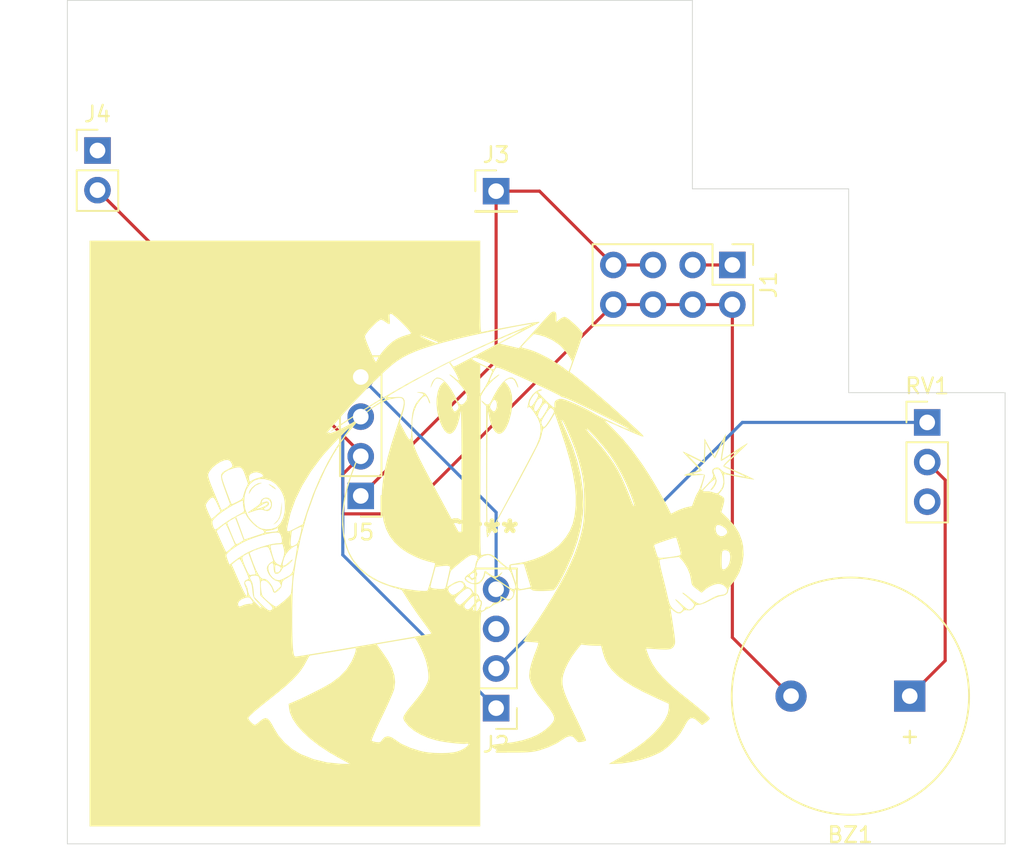
<source format=kicad_pcb>
(kicad_pcb (version 20240108) (generator "pcbnew") (generator_version "8.0")
  (layers (0 "F.Cu" signal) (31 "B.Cu" signal) (34 "B.Paste" user) (35 "F.Paste" user) (36 "B.SilkS" user "B.Silkscreen") (37 "F.SilkS" user "F.Silkscreen") (38 "B.Mask" user) (39 "F.Mask" user) (44 "Edge.Cuts" user))
  (net 0 "")
  (footprint "Connector_PinHeader_2.54mm:PinHeader_2x04_P2.54mm_Vertical" (layer "F.Cu") (at 160.81 84.265 -90)
    (property "Reference" "J1" (at 1.27 -2.33 90) (layer "F.SilkS"))
    (property "Value" "Conn_02x04_Top_Bottom")
    (pad "1" thru_hole rect (at 0 0 270) (size 1.7 1.7) (drill 1) (layers "*.Cu" "*.Mask"))
    (pad "2" thru_hole oval (at 0 2.54 270) (size 1.7 1.7) (drill 1) (layers "*.Cu" "*.Mask"))
    (pad "3" thru_hole oval (at 0 5.08 270) (size 1.7 1.7) (drill 1) (layers "*.Cu" "*.Mask"))
    (pad "4" thru_hole oval (at 0 7.62 270) (size 1.7 1.7) (drill 1) (layers "*.Cu" "*.Mask"))
    (pad "5" thru_hole oval (at 2.54 0 270) (size 1.7 1.7) (drill 1) (layers "*.Cu" "*.Mask"))
    (pad "6" thru_hole oval (at 2.54 2.54 270) (size 1.7 1.7) (drill 1) (layers "*.Cu" "*.Mask"))
    (pad "7" thru_hole oval (at 2.54 5.08 270) (size 1.7 1.7) (drill 1) (layers "*.Cu" "*.Mask"))
    (pad "8" thru_hole oval (at 2.54 7.62 270) (size 1.7 1.7) (drill 1) (layers "*.Cu" "*.Mask"))
  )
  (footprint "Connector_PinHeader_2.54mm:PinHeader_1x03_P2.54mm_Vertical" (layer "F.Cu") (at 173.29 94.355)
    (property "Reference" "RV1" (at 0 -2.33 0) (layer "F.SilkS"))
    (property "Value" "R_Potentiometer")
    (pad "1" thru_hole rect (at 0 0) (size 1.7 1.7) (drill 1) (layers "*.Cu" "*.Mask"))
    (pad "2" thru_hole oval (at 0 2.54) (size 1.7 1.7) (drill 1) (layers "*.Cu" "*.Mask"))
    (pad "3" thru_hole oval (at 0 5.08) (size 1.7 1.7) (drill 1) (layers "*.Cu" "*.Mask"))
  )
  (footprint "Connector_PinHeader_2.54mm:PinHeader_1x01_P2.54mm_Vertical" (layer "F.Cu") (at 145.68 79.535)
    (property "Reference" "J3" (at 0 -2.33 0) (layer "F.SilkS"))
    (property "Value" "Conn_01x01_Pin")
    (pad "1" thru_hole rect (at 0 0) (size 1.7 1.7) (drill 1) (layers "*.Cu" "*.Mask"))
  )
  (footprint "Buzzer_Beeper:Buzzer_15x7.5RM7.6" (layer "F.Cu") (at 172.17 111.895 180)
    (property "Reference" "BZ1" (at 3.81 -8.89 180) (layer "F.SilkS"))
    (property "Value" "Buzzer")
    (fp_text user "+" (at -0.01 -2.54 180) (layer "F.SilkS"))
    (pad "1" thru_hole rect (at 0 0 180) (size 2 2) (drill 1) (layers "*.Cu" "*.Mask"))
    (pad "2" thru_hole circle (at 7.6 0 180) (size 2 2) (drill 1) (layers "*.Cu" "*.Mask"))
  )
  (footprint "Connector_PinHeader_2.54mm:PinHeader_1x04_P2.54mm_Vertical" (layer "F.Cu") (at 145.68 112.665 180)
    (property "Reference" "J2" (at 0 -2.33 180) (layer "F.SilkS"))
    (property "Value" "Conn_01x04_Pin")
    (pad "1" thru_hole rect (at 0 0 180) (size 1.7 1.7) (drill 1) (layers "*.Cu" "*.Mask"))
    (pad "2" thru_hole oval (at 0 2.54 180) (size 1.7 1.7) (drill 1) (layers "*.Cu" "*.Mask"))
    (pad "3" thru_hole oval (at 0 5.08 180) (size 1.7 1.7) (drill 1) (layers "*.Cu" "*.Mask"))
    (pad "4" thru_hole oval (at 0 7.62 180) (size 1.7 1.7) (drill 1) (layers "*.Cu" "*.Mask"))
  )
  (footprint "Connector_PinHeader_2.54mm:PinHeader_1x04_P2.54mm_Vertical" (layer "F.Cu") (at 137.01 99.065 180)
    (property "Reference" "J5" (at 0 -2.33 180) (layer "F.SilkS"))
    (property "Value" "Conn_01x04_Pin")
    (pad "1" thru_hole rect (at 0 0 180) (size 1.7 1.7) (drill 1) (layers "*.Cu" "*.Mask"))
    (pad "2" thru_hole oval (at 0 2.54 180) (size 1.7 1.7) (drill 1) (layers "*.Cu" "*.Mask"))
    (pad "3" thru_hole oval (at 0 5.08 180) (size 1.7 1.7) (drill 1) (layers "*.Cu" "*.Mask"))
    (pad "4" thru_hole oval (at 0 7.62 180) (size 1.7 1.7) (drill 1) (layers "*.Cu" "*.Mask"))
  )
  (footprint "Connector_PinHeader_2.54mm:PinHeader_1x02_P2.54mm_Vertical" (layer "F.Cu") (at 120.15 76.93)
    (property "Reference" "J4" (at 0 -2.33 0) (layer "F.SilkS"))
    (property "Value" "Conn_01x02_Pin")
    (pad "1" thru_hole rect (at 0 0) (size 1.7 1.7) (drill 1) (layers "*.Cu" "*.Mask"))
    (pad "2" thru_hole oval (at 0 2.54) (size 1.7 1.7) (drill 1) (layers "*.Cu" "*.Mask"))
  )
  (footprint "Logos:KI Logo" (layer "F.Cu") (at 144.664834 101.475)
    (property "Reference" "G***" (at 0 0 0) (layer "F.SilkS") (effects (font (size 1.5 1.5) (thickness 0.3))))
    (property "Value" "LOGO" (hide yes))
  )
  (gr_line (start 178.28 92.445) (end 168.26 92.445) (stroke (width 0.05)) (layer "Edge.Cuts"))
  (gr_line (start 178.28 121.36) (end 118.22 121.36) (stroke (width 0.05)) (layer "Edge.Cuts"))
  (gr_line (start 118.22 121.36) (end 118.22 67.31) (stroke (width 0.05)) (layer "Edge.Cuts"))
  (gr_line (start 178.28 92.445) (end 178.28 121.36) (stroke (width 0.05)) (layer "Edge.Cuts"))
  (gr_line (start 168.26 92.445) (end 168.26 79.385) (stroke (width 0.05)) (layer "Edge.Cuts"))
  (gr_line (start 118.22 67.31) (end 158.25 67.31) (stroke (width 0.05)) (layer "Edge.Cuts"))
  (gr_line (start 168.26 79.385) (end 158.25 79.385) (stroke (width 0.05)) (layer "Edge.Cuts"))
  (gr_line (start 158.25 67.31) (end 158.25 79.385) (stroke (width 0.05)) (layer "Edge.Cuts"))
  (segment (start 145.68 79.535) (end 145.68 90.395) (width 0.2) (layer "F.Cu") (net 0))
  (segment (start 174.44 98.045) (end 174.44 109.625) (width 0.2) (layer "F.Cu") (net 0))
  (segment (start 148.46 79.535) (end 153.19 84.265) (width 0.2) (layer "F.Cu") (net 0))
  (segment (start 160.81 86.805) (end 160.81 108.135) (width 0.2) (layer "F.Cu") (net 0))
  (segment (start 160.81 108.135) (end 164.57 111.895) (width 0.2) (layer "F.Cu") (net 0))
  (segment (start 120.15 79.47) (end 137.01 96.33) (width 0.2) (layer "F.Cu") (net 0))
  (segment (start 145.68 90.395) (end 137.01 99.065) (width 0.2) (layer "F.Cu") (net 0))
  (segment (start 145.68 79.535) (end 148.46 79.535) (width 0.2) (layer "F.Cu") (net 0))
  (segment (start 137.01 96.33) (end 137.01 96.525) (width 0.2) (layer "F.Cu") (net 0))
  (segment (start 158.27 84.265) (end 160.81 84.265) (width 0.2) (layer "F.Cu") (net 0))
  (segment (start 139.78 100.215) (end 153.19 86.805) (width 0.2) (layer "F.Cu") (net 0))
  (segment (start 158.27 86.805) (end 160.81 86.805) (width 0.2) (layer "F.Cu") (net 0))
  (segment (start 135.86 100.215) (end 139.78 100.215) (width 0.2) (layer "F.Cu") (net 0))
  (segment (start 137.01 96.525) (end 135.86 97.675) (width 0.2) (layer "F.Cu") (net 0))
  (segment (start 155.73 86.805) (end 158.27 86.805) (width 0.2) (layer "F.Cu") (net 0))
  (segment (start 135.86 97.675) (end 135.86 100.215) (width 0.2) (layer "F.Cu") (net 0))
  (segment (start 153.19 86.805) (end 155.73 86.805) (width 0.2) (layer "F.Cu") (net 0))
  (segment (start 173.29 96.895) (end 174.44 98.045) (width 0.2) (layer "F.Cu") (net 0))
  (segment (start 153.19 84.265) (end 155.73 84.265) (width 0.2) (layer "F.Cu") (net 0))
  (segment (start 174.44 109.625) (end 172.17 111.895) (width 0.2) (layer "F.Cu") (net 0))
  (segment (start 161.45 94.355) (end 145.68 110.125) (width 0.2) (layer "B.Cu") (net 0))
  (segment (start 173.29 94.355) (end 161.45 94.355) (width 0.2) (layer "B.Cu") (net 0))
  (segment (start 145.68 100.115) (end 137.01 91.445) (width 0.2) (layer "B.Cu") (net 0))
  (segment (start 135.86 95.135) (end 137.01 93.985) (width 0.2) (layer "B.Cu") (net 0))
  (segment (start 135.86 102.845) (end 135.86 95.135) (width 0.2) (layer "B.Cu") (net 0))
  (segment (start 145.68 105.045) (end 145.68 100.115) (width 0.2) (layer "B.Cu") (net 0))
  (segment (start 145.68 112.665) (end 135.86 102.845) (width 0.2) (layer "B.Cu") (net 0))
)
</source>
